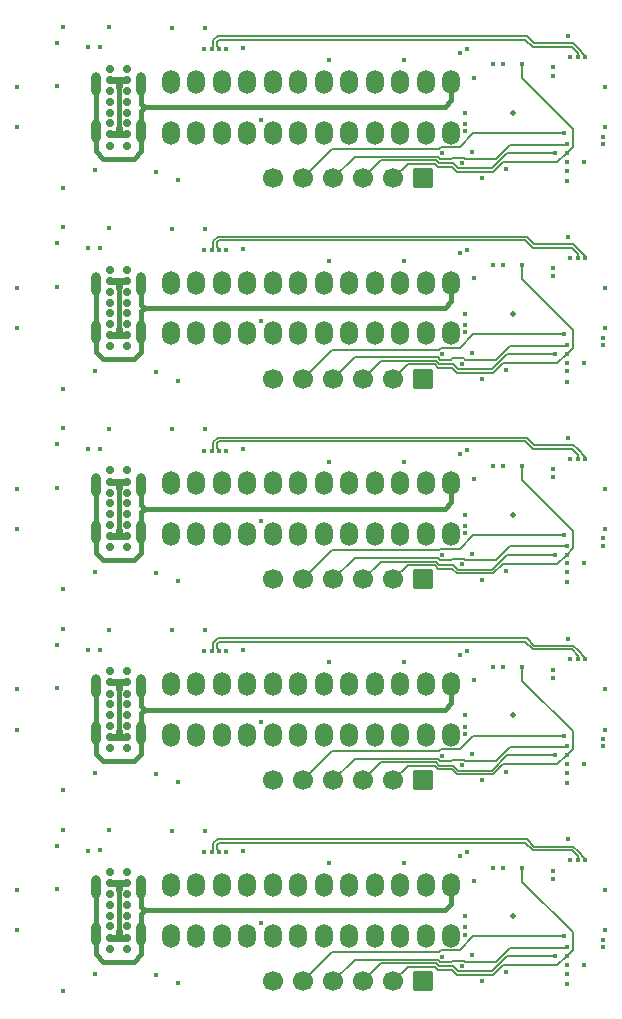
<source format=gtl>
G04*
G04 #@! TF.GenerationSoftware,Altium Limited,Altium Designer,25.5.2 (35)*
G04*
G04 Layer_Physical_Order=1*
G04 Layer_Color=255*
%FSLAX44Y44*%
%MOMM*%
G71*
G04*
G04 #@! TF.SameCoordinates,67B56F09-9997-41D6-AB2B-D5ECDE41145E*
G04*
G04*
G04 #@! TF.FilePolarity,Positive*
G04*
G01*
G75*
%ADD10C,0.1500*%
%ADD11C,0.4000*%
%ADD12C,0.6000*%
%ADD13C,0.5153*%
%ADD14C,0.4000*%
%ADD15O,1.5000X2.0000*%
%ADD16O,0.8000X2.0000*%
%ADD17C,0.7000*%
G04:AMPARAMS|DCode=18|XSize=1.7mm|YSize=1.7mm|CornerRadius=0.05mm|HoleSize=0mm|Usage=FLASHONLY|Rotation=180.000|XOffset=0mm|YOffset=0mm|HoleType=Round|Shape=RoundedRectangle|*
%AMROUNDEDRECTD18*
21,1,1.7000,1.6000,0,0,180.0*
21,1,1.6000,1.7000,0,0,180.0*
1,1,0.1000,-0.8000,0.8000*
1,1,0.1000,0.8000,0.8000*
1,1,0.1000,0.8000,-0.8000*
1,1,0.1000,-0.8000,-0.8000*
%
%ADD18ROUNDEDRECTD18*%
%ADD19C,1.7000*%
%ADD20C,0.5000*%
%ADD21C,0.4500*%
D10*
X905754Y701416D02*
Y713254D01*
Y701416D02*
X948557Y658613D01*
X864368Y655004D02*
X941504D01*
X852655Y643291D02*
X864368Y655004D01*
X671384Y737231D02*
X909528D01*
X915754Y731004D01*
X671361Y737254D02*
X671384Y737231D01*
X949004Y731004D02*
X952754Y727254D01*
Y727254D02*
Y727254D01*
X915754Y731004D02*
X949004D01*
X647761Y737254D02*
X671361D01*
X644254Y728559D02*
Y733747D01*
X647761Y737254D01*
X642852Y727157D02*
X644254Y728559D01*
X642852Y726345D02*
Y727157D01*
X952754Y727254D02*
X959254Y720754D01*
Y719504D02*
Y720754D01*
X670118Y734254D02*
X670142Y734231D01*
X908285D01*
X649004Y734254D02*
X670118D01*
X914511Y728004D02*
X947761D01*
X908285Y734231D02*
X914511Y728004D01*
X647254Y732504D02*
X649004Y734254D01*
X648852Y726345D02*
Y727125D01*
X953076Y719682D02*
X953254Y719504D01*
X947761Y728004D02*
X953076Y722690D01*
Y719682D02*
Y722690D01*
X647254Y728723D02*
Y732504D01*
Y728723D02*
X648852Y727125D01*
X831663Y629260D02*
X834541Y626382D01*
X846307D01*
X835662Y629504D02*
X847427D01*
X832906Y632260D02*
X835662Y629504D01*
X846307Y626382D02*
X850310Y622379D01*
X943254Y638254D02*
X948557Y643558D01*
X771204Y617254D02*
X786210Y632260D01*
X847427Y629504D02*
X851552Y625379D01*
X834148Y635260D02*
X836029Y633379D01*
X845643D02*
X846643Y634379D01*
X836029Y633379D02*
X845643D01*
X846643Y634379D02*
X856257D01*
X850310Y622379D02*
X881394D01*
X935504Y630504D02*
X943254Y638254D01*
X881394Y622379D02*
X889519Y630504D01*
X856257Y634379D02*
X857257Y633379D01*
X851552Y625379D02*
X880151D01*
X745804Y617254D02*
X763810Y635260D01*
X857257Y633379D02*
X883909D01*
X895784Y645254D01*
X880151Y625379D02*
X893026Y638254D01*
X933254D01*
X895784Y645254D02*
X942754D01*
X836941Y643291D02*
X852655D01*
X835441Y641791D02*
X836941Y643291D01*
X889519Y630504D02*
X935504D01*
X948557Y643558D02*
Y658613D01*
X942754Y645254D02*
X943254Y645754D01*
X763810Y635260D02*
X834148D01*
X808610Y629260D02*
X831663D01*
X796604Y617254D02*
X808610Y629260D01*
X786210Y632260D02*
X832906D01*
X720404Y617254D02*
X744941Y641791D01*
X835441D01*
X905754Y871416D02*
Y883254D01*
Y871416D02*
X948557Y828613D01*
X864368Y825004D02*
X941504D01*
X852655Y813291D02*
X864368Y825004D01*
X671384Y907231D02*
X909528D01*
X915754Y901004D01*
X671361Y907254D02*
X671384Y907231D01*
X949004Y901004D02*
X952754Y897254D01*
Y897254D02*
Y897254D01*
X915754Y901004D02*
X949004D01*
X647761Y907254D02*
X671361D01*
X644254Y898559D02*
Y903747D01*
X647761Y907254D01*
X642852Y897157D02*
X644254Y898559D01*
X642852Y896345D02*
Y897157D01*
X952754Y897254D02*
X959254Y890754D01*
Y889504D02*
Y890754D01*
X670118Y904254D02*
X670142Y904231D01*
X908285D01*
X649004Y904254D02*
X670118D01*
X914511Y898004D02*
X947761D01*
X908285Y904231D02*
X914511Y898004D01*
X647254Y902504D02*
X649004Y904254D01*
X648852Y896345D02*
Y897125D01*
X953076Y889682D02*
X953254Y889504D01*
X947761Y898004D02*
X953076Y892690D01*
Y889682D02*
Y892690D01*
X647254Y898723D02*
Y902504D01*
Y898723D02*
X648852Y897125D01*
X831663Y799260D02*
X834541Y796382D01*
X846307D01*
X835662Y799504D02*
X847427D01*
X832906Y802260D02*
X835662Y799504D01*
X846307Y796382D02*
X850310Y792379D01*
X943254Y808254D02*
X948557Y813558D01*
X771204Y787254D02*
X786210Y802260D01*
X847427Y799504D02*
X851552Y795379D01*
X834148Y805260D02*
X836029Y803379D01*
X845643D02*
X846643Y804379D01*
X836029Y803379D02*
X845643D01*
X846643Y804379D02*
X856257D01*
X850310Y792379D02*
X881394D01*
X935504Y800504D02*
X943254Y808254D01*
X881394Y792379D02*
X889519Y800504D01*
X856257Y804379D02*
X857257Y803379D01*
X851552Y795379D02*
X880151D01*
X745804Y787254D02*
X763810Y805260D01*
X857257Y803379D02*
X883909D01*
X895784Y815254D01*
X880151Y795379D02*
X893026Y808254D01*
X933254D01*
X895784Y815254D02*
X942754D01*
X836941Y813291D02*
X852655D01*
X835441Y811791D02*
X836941Y813291D01*
X889519Y800504D02*
X935504D01*
X948557Y813558D02*
Y828613D01*
X942754Y815254D02*
X943254Y815754D01*
X763810Y805260D02*
X834148D01*
X808610Y799260D02*
X831663D01*
X796604Y787254D02*
X808610Y799260D01*
X786210Y802260D02*
X832906D01*
X720404Y787254D02*
X744941Y811791D01*
X835441D01*
X905754Y1041416D02*
Y1053254D01*
Y1041416D02*
X948557Y998613D01*
X864368Y995004D02*
X941504D01*
X852655Y983291D02*
X864368Y995004D01*
X671384Y1077231D02*
X909528D01*
X915754Y1071004D01*
X671361Y1077254D02*
X671384Y1077231D01*
X949004Y1071004D02*
X952754Y1067254D01*
Y1067254D02*
Y1067254D01*
X915754Y1071004D02*
X949004D01*
X647761Y1077254D02*
X671361D01*
X644254Y1068559D02*
Y1073747D01*
X647761Y1077254D01*
X642852Y1067157D02*
X644254Y1068559D01*
X642852Y1066345D02*
Y1067157D01*
X952754Y1067254D02*
X959254Y1060754D01*
Y1059504D02*
Y1060754D01*
X670118Y1074254D02*
X670142Y1074231D01*
X908285D01*
X649004Y1074254D02*
X670118D01*
X914511Y1068004D02*
X947761D01*
X908285Y1074231D02*
X914511Y1068004D01*
X647254Y1072504D02*
X649004Y1074254D01*
X648852Y1066345D02*
Y1067125D01*
X953076Y1059682D02*
X953254Y1059504D01*
X947761Y1068004D02*
X953076Y1062690D01*
Y1059682D02*
Y1062690D01*
X647254Y1068723D02*
Y1072504D01*
Y1068723D02*
X648852Y1067125D01*
X831663Y969260D02*
X834541Y966382D01*
X846307D01*
X835662Y969504D02*
X847427D01*
X832906Y972260D02*
X835662Y969504D01*
X846307Y966382D02*
X850310Y962379D01*
X943254Y978254D02*
X948557Y983558D01*
X771204Y957254D02*
X786210Y972260D01*
X847427Y969504D02*
X851552Y965379D01*
X834148Y975260D02*
X836029Y973379D01*
X845643D02*
X846643Y974379D01*
X836029Y973379D02*
X845643D01*
X846643Y974379D02*
X856257D01*
X850310Y962379D02*
X881394D01*
X935504Y970504D02*
X943254Y978254D01*
X881394Y962379D02*
X889519Y970504D01*
X856257Y974379D02*
X857257Y973379D01*
X851552Y965379D02*
X880151D01*
X745804Y957254D02*
X763810Y975260D01*
X857257Y973379D02*
X883909D01*
X895784Y985254D01*
X880151Y965379D02*
X893026Y978254D01*
X933254D01*
X895784Y985254D02*
X942754D01*
X836941Y983291D02*
X852655D01*
X835441Y981791D02*
X836941Y983291D01*
X889519Y970504D02*
X935504D01*
X948557Y983558D02*
Y998613D01*
X942754Y985254D02*
X943254Y985754D01*
X763810Y975260D02*
X834148D01*
X808610Y969260D02*
X831663D01*
X796604Y957254D02*
X808610Y969260D01*
X786210Y972260D02*
X832906D01*
X720404Y957254D02*
X744941Y981791D01*
X835441D01*
X905754Y1211416D02*
Y1223254D01*
Y1211416D02*
X948557Y1168613D01*
X864368Y1165004D02*
X941504D01*
X852655Y1153291D02*
X864368Y1165004D01*
X671384Y1247231D02*
X909528D01*
X915754Y1241004D01*
X671361Y1247254D02*
X671384Y1247231D01*
X949004Y1241004D02*
X952754Y1237254D01*
Y1237254D02*
Y1237254D01*
X915754Y1241004D02*
X949004D01*
X647761Y1247254D02*
X671361D01*
X644254Y1238559D02*
Y1243747D01*
X647761Y1247254D01*
X642852Y1237157D02*
X644254Y1238559D01*
X642852Y1236345D02*
Y1237157D01*
X952754Y1237254D02*
X959254Y1230754D01*
Y1229504D02*
Y1230754D01*
X670118Y1244254D02*
X670142Y1244231D01*
X908285D01*
X649004Y1244254D02*
X670118D01*
X914511Y1238004D02*
X947761D01*
X908285Y1244231D02*
X914511Y1238004D01*
X647254Y1242504D02*
X649004Y1244254D01*
X648852Y1236345D02*
Y1237125D01*
X953076Y1229682D02*
X953254Y1229504D01*
X947761Y1238004D02*
X953076Y1232690D01*
Y1229682D02*
Y1232690D01*
X647254Y1238723D02*
Y1242504D01*
Y1238723D02*
X648852Y1237125D01*
X831663Y1139260D02*
X834541Y1136382D01*
X846307D01*
X835662Y1139504D02*
X847427D01*
X832906Y1142260D02*
X835662Y1139504D01*
X846307Y1136382D02*
X850310Y1132379D01*
X943254Y1148254D02*
X948557Y1153558D01*
X771204Y1127254D02*
X786210Y1142260D01*
X847427Y1139504D02*
X851552Y1135379D01*
X834148Y1145260D02*
X836029Y1143379D01*
X845643D02*
X846643Y1144379D01*
X836029Y1143379D02*
X845643D01*
X846643Y1144379D02*
X856257D01*
X850310Y1132379D02*
X881394D01*
X935504Y1140504D02*
X943254Y1148254D01*
X881394Y1132379D02*
X889519Y1140504D01*
X856257Y1144379D02*
X857257Y1143379D01*
X851552Y1135379D02*
X880151D01*
X745804Y1127254D02*
X763810Y1145260D01*
X857257Y1143379D02*
X883909D01*
X895784Y1155254D01*
X880151Y1135379D02*
X893026Y1148254D01*
X933254D01*
X895784Y1155254D02*
X942754D01*
X836941Y1153291D02*
X852655D01*
X835441Y1151791D02*
X836941Y1153291D01*
X889519Y1140504D02*
X935504D01*
X948557Y1153558D02*
Y1168613D01*
X942754Y1155254D02*
X943254Y1155754D01*
X763810Y1145260D02*
X834148D01*
X808610Y1139260D02*
X831663D01*
X796604Y1127254D02*
X808610Y1139260D01*
X786210Y1142260D02*
X832906D01*
X720404Y1127254D02*
X744941Y1151791D01*
X835441D01*
X905754Y1381416D02*
Y1393254D01*
Y1381416D02*
X948557Y1338613D01*
X864368Y1335004D02*
X941504D01*
X852655Y1323291D02*
X864368Y1335004D01*
X671384Y1417231D02*
X909528D01*
X915754Y1411004D01*
X671361Y1417254D02*
X671384Y1417231D01*
X949004Y1411004D02*
X952754Y1407254D01*
Y1407254D02*
Y1407254D01*
X915754Y1411004D02*
X949004D01*
X647761Y1417254D02*
X671361D01*
X644254Y1408559D02*
Y1413747D01*
X647761Y1417254D01*
X642852Y1407156D02*
X644254Y1408559D01*
X642852Y1406345D02*
Y1407156D01*
X952754Y1407254D02*
X959254Y1400754D01*
Y1399504D02*
Y1400754D01*
X670118Y1414254D02*
X670142Y1414231D01*
X908285D01*
X649004Y1414254D02*
X670118D01*
X914511Y1408004D02*
X947761D01*
X908285Y1414231D02*
X914511Y1408004D01*
X647254Y1412504D02*
X649004Y1414254D01*
X648852Y1406345D02*
Y1407126D01*
X953076Y1399682D02*
X953254Y1399504D01*
X947761Y1408004D02*
X953076Y1402690D01*
Y1399682D02*
Y1402690D01*
X647254Y1408723D02*
Y1412504D01*
Y1408723D02*
X648852Y1407126D01*
X831663Y1309260D02*
X834541Y1306382D01*
X846307D01*
X835662Y1309504D02*
X847427D01*
X832906Y1312260D02*
X835662Y1309504D01*
X846307Y1306382D02*
X850310Y1302379D01*
X943254Y1318254D02*
X948557Y1323557D01*
X771204Y1297254D02*
X786210Y1312260D01*
X847427Y1309504D02*
X851552Y1305379D01*
X834148Y1315260D02*
X836029Y1313379D01*
X845643D02*
X846643Y1314379D01*
X836029Y1313379D02*
X845643D01*
X846643Y1314379D02*
X856257D01*
X850310Y1302379D02*
X881394D01*
X935504Y1310504D02*
X943254Y1318254D01*
X881394Y1302379D02*
X889519Y1310504D01*
X856257Y1314379D02*
X857257Y1313379D01*
X851552Y1305379D02*
X880151D01*
X745804Y1297254D02*
X763810Y1315260D01*
X857257Y1313379D02*
X883909D01*
X895784Y1325254D01*
X880151Y1305379D02*
X893026Y1318254D01*
X933254D01*
X895784Y1325254D02*
X942754D01*
X836941Y1323291D02*
X852655D01*
X835441Y1321791D02*
X836941Y1323291D01*
X889519Y1310504D02*
X935504D01*
X948557Y1323557D02*
Y1338613D01*
X942754Y1325254D02*
X943254Y1325754D01*
X763810Y1315260D02*
X834148D01*
X808610Y1309260D02*
X831663D01*
X796604Y1297254D02*
X808610Y1309260D01*
X786210Y1312260D02*
X832906D01*
X720404Y1297254D02*
X744941Y1321791D01*
X835441D01*
D11*
X544704Y657004D02*
Y697004D01*
X845810Y682724D02*
Y698467D01*
X840090Y677004D02*
X845810Y682724D01*
X735728Y677004D02*
X840090D01*
X583304Y674054D02*
X586254Y677004D01*
X583304Y657004D02*
Y674054D01*
X577025Y633504D02*
X583304Y639784D01*
Y657004D01*
X550983Y633504D02*
X577025D01*
X544704Y639784D02*
X550983Y633504D01*
X544704Y639784D02*
Y657004D01*
X583304Y679954D02*
Y697004D01*
Y679954D02*
X586254Y677004D01*
X702535D01*
X702535Y677004D01*
X735728D01*
X735728Y677004D01*
X544704Y827004D02*
Y867004D01*
X845810Y852724D02*
Y868467D01*
X840090Y847004D02*
X845810Y852724D01*
X735728Y847004D02*
X840090D01*
X583304Y844054D02*
X586254Y847004D01*
X583304Y827004D02*
Y844054D01*
X577025Y803504D02*
X583304Y809783D01*
Y827004D01*
X550983Y803504D02*
X577025D01*
X544704Y809783D02*
X550983Y803504D01*
X544704Y809783D02*
Y827004D01*
X583304Y849954D02*
Y867004D01*
Y849954D02*
X586254Y847004D01*
X702535D01*
X702535Y847004D01*
X735728D01*
X735728Y847004D01*
X544704Y997004D02*
Y1037004D01*
X845810Y1022724D02*
Y1038467D01*
X840090Y1017004D02*
X845810Y1022724D01*
X735728Y1017004D02*
X840090D01*
X583304Y1014054D02*
X586254Y1017004D01*
X583304Y997004D02*
Y1014054D01*
X577025Y973504D02*
X583304Y979783D01*
Y997004D01*
X550983Y973504D02*
X577025D01*
X544704Y979783D02*
X550983Y973504D01*
X544704Y979783D02*
Y997004D01*
X583304Y1019954D02*
Y1037004D01*
Y1019954D02*
X586254Y1017004D01*
X702535D01*
X702535Y1017004D01*
X735728D01*
X735728Y1017004D01*
X544704Y1167004D02*
Y1207004D01*
X845810Y1192724D02*
Y1208467D01*
X840090Y1187004D02*
X845810Y1192724D01*
X735728Y1187004D02*
X840090D01*
X583304Y1184054D02*
X586254Y1187004D01*
X583304Y1167004D02*
Y1184054D01*
X577025Y1143504D02*
X583304Y1149783D01*
Y1167004D01*
X550983Y1143504D02*
X577025D01*
X544704Y1149783D02*
X550983Y1143504D01*
X544704Y1149783D02*
Y1167004D01*
X583304Y1189954D02*
Y1207004D01*
Y1189954D02*
X586254Y1187004D01*
X702535D01*
X702535Y1187004D01*
X735728D01*
X735728Y1187004D01*
X544704Y1337004D02*
Y1377004D01*
X845810Y1362724D02*
Y1378467D01*
X840090Y1357004D02*
X845810Y1362724D01*
X735728Y1357004D02*
X840090D01*
X583304Y1354054D02*
X586254Y1357004D01*
X583304Y1337004D02*
Y1354054D01*
X577025Y1313504D02*
X583304Y1319783D01*
Y1337004D01*
X550983Y1313504D02*
X577025D01*
X544704Y1319783D02*
X550983Y1313504D01*
X544704Y1319783D02*
Y1337004D01*
X583304Y1359954D02*
Y1377004D01*
Y1359954D02*
X586254Y1357004D01*
X702535D01*
X702535Y1357004D01*
X735728D01*
X735728Y1357004D01*
D12*
X564004Y694818D02*
Y700004D01*
Y654004D02*
Y659191D01*
Y700004D02*
X571004D01*
X557004Y654004D02*
X564004D01*
X571004D01*
X557004Y700004D02*
X564004D01*
Y864818D02*
Y870004D01*
Y824004D02*
Y829191D01*
Y870004D02*
X571004D01*
X557004Y824004D02*
X564004D01*
X571004D01*
X557004Y870004D02*
X564004D01*
Y1034818D02*
Y1040004D01*
Y994004D02*
Y999191D01*
Y1040004D02*
X571004D01*
X557004Y994004D02*
X564004D01*
X571004D01*
X557004Y1040004D02*
X564004D01*
Y1204818D02*
Y1210004D01*
Y1164004D02*
Y1169191D01*
Y1210004D02*
X571004D01*
X557004Y1164004D02*
X564004D01*
X571004D01*
X557004Y1210004D02*
X564004D01*
Y1374818D02*
Y1380004D01*
Y1334004D02*
Y1339191D01*
Y1380004D02*
X571004D01*
X557004Y1334004D02*
X564004D01*
X571004D01*
X557004Y1380004D02*
X564004D01*
D13*
Y694818D02*
X564004Y694818D01*
Y693404D02*
Y694818D01*
X564004Y864818D02*
X564004Y864818D01*
Y863404D02*
Y864818D01*
X564004Y1034818D02*
X564004Y1034818D01*
Y1033404D02*
Y1034818D01*
X564004Y1204818D02*
X564004Y1204818D01*
Y1203404D02*
Y1204818D01*
X564004Y1374818D02*
X564004Y1374818D01*
Y1373404D02*
Y1374818D01*
D14*
Y681254D02*
Y693404D01*
X564004Y681254D02*
X564004Y681254D01*
X564004Y659191D02*
Y681254D01*
X564004Y851254D02*
Y863404D01*
X564004Y851254D02*
X564004Y851254D01*
X564004Y829191D02*
Y851254D01*
X564004Y1021254D02*
Y1033404D01*
X564004Y1021254D02*
X564004Y1021254D01*
X564004Y999191D02*
Y1021254D01*
X564004Y1191254D02*
Y1203404D01*
X564004Y1191254D02*
X564004Y1191254D01*
X564004Y1169191D02*
Y1191254D01*
X564004Y1361254D02*
Y1373404D01*
X564004Y1361254D02*
X564004Y1361254D01*
X564004Y1339191D02*
Y1361254D01*
D15*
X608320Y698467D02*
D03*
X629910D02*
D03*
X651500D02*
D03*
X673090D02*
D03*
X694680D02*
D03*
X716270D02*
D03*
X737860D02*
D03*
X759450D02*
D03*
X781040D02*
D03*
X802630D02*
D03*
X824220D02*
D03*
X845810D02*
D03*
X608320Y655541D02*
D03*
X629910D02*
D03*
X651500D02*
D03*
X673090D02*
D03*
X694680D02*
D03*
X716270D02*
D03*
X737860D02*
D03*
X759450D02*
D03*
X781040D02*
D03*
X802630D02*
D03*
X824220D02*
D03*
X845810D02*
D03*
X608320Y868467D02*
D03*
X629910D02*
D03*
X651500D02*
D03*
X673090D02*
D03*
X694680D02*
D03*
X716270D02*
D03*
X737860D02*
D03*
X759450D02*
D03*
X781040D02*
D03*
X802630D02*
D03*
X824220D02*
D03*
X845810D02*
D03*
X608320Y825541D02*
D03*
X629910D02*
D03*
X651500D02*
D03*
X673090D02*
D03*
X694680D02*
D03*
X716270D02*
D03*
X737860D02*
D03*
X759450D02*
D03*
X781040D02*
D03*
X802630D02*
D03*
X824220D02*
D03*
X845810D02*
D03*
X608320Y1038467D02*
D03*
X629910D02*
D03*
X651500D02*
D03*
X673090D02*
D03*
X694680D02*
D03*
X716270D02*
D03*
X737860D02*
D03*
X759450D02*
D03*
X781040D02*
D03*
X802630D02*
D03*
X824220D02*
D03*
X845810D02*
D03*
X608320Y995541D02*
D03*
X629910D02*
D03*
X651500D02*
D03*
X673090D02*
D03*
X694680D02*
D03*
X716270D02*
D03*
X737860D02*
D03*
X759450D02*
D03*
X781040D02*
D03*
X802630D02*
D03*
X824220D02*
D03*
X845810D02*
D03*
X608320Y1208467D02*
D03*
X629910D02*
D03*
X651500D02*
D03*
X673090D02*
D03*
X694680D02*
D03*
X716270D02*
D03*
X737860D02*
D03*
X759450D02*
D03*
X781040D02*
D03*
X802630D02*
D03*
X824220D02*
D03*
X845810D02*
D03*
X608320Y1165541D02*
D03*
X629910D02*
D03*
X651500D02*
D03*
X673090D02*
D03*
X694680D02*
D03*
X716270D02*
D03*
X737860D02*
D03*
X759450D02*
D03*
X781040D02*
D03*
X802630D02*
D03*
X824220D02*
D03*
X845810D02*
D03*
X608320Y1378467D02*
D03*
X629910D02*
D03*
X651500D02*
D03*
X673090D02*
D03*
X694680D02*
D03*
X716270D02*
D03*
X737860D02*
D03*
X759450D02*
D03*
X781040D02*
D03*
X802630D02*
D03*
X824220D02*
D03*
X845810D02*
D03*
X608320Y1335541D02*
D03*
X629910D02*
D03*
X651500D02*
D03*
X673090D02*
D03*
X694680D02*
D03*
X716270D02*
D03*
X737860D02*
D03*
X759450D02*
D03*
X781040D02*
D03*
X802630D02*
D03*
X824220D02*
D03*
X845810D02*
D03*
D16*
X544704Y657004D02*
D03*
Y697004D02*
D03*
X583304D02*
D03*
Y657004D02*
D03*
X544704Y827004D02*
D03*
Y867004D02*
D03*
X583304D02*
D03*
Y827004D02*
D03*
X544704Y997004D02*
D03*
Y1037004D02*
D03*
X583304D02*
D03*
Y997004D02*
D03*
X544704Y1167004D02*
D03*
Y1207004D02*
D03*
X583304D02*
D03*
Y1167004D02*
D03*
X544704Y1337004D02*
D03*
Y1377004D02*
D03*
X583304D02*
D03*
Y1337004D02*
D03*
D17*
X571004Y644504D02*
D03*
Y654004D02*
D03*
Y663504D02*
D03*
Y672504D02*
D03*
Y681504D02*
D03*
Y690504D02*
D03*
Y700004D02*
D03*
Y709504D02*
D03*
X557004D02*
D03*
Y700004D02*
D03*
Y690504D02*
D03*
Y681504D02*
D03*
Y672504D02*
D03*
Y663504D02*
D03*
Y654004D02*
D03*
Y644504D02*
D03*
X571004Y814504D02*
D03*
Y824004D02*
D03*
Y833504D02*
D03*
Y842504D02*
D03*
Y851504D02*
D03*
Y860504D02*
D03*
Y870004D02*
D03*
Y879504D02*
D03*
X557004D02*
D03*
Y870004D02*
D03*
Y860504D02*
D03*
Y851504D02*
D03*
Y842504D02*
D03*
Y833504D02*
D03*
Y824004D02*
D03*
Y814504D02*
D03*
X571004Y984504D02*
D03*
Y994004D02*
D03*
Y1003504D02*
D03*
Y1012504D02*
D03*
Y1021504D02*
D03*
Y1030504D02*
D03*
Y1040004D02*
D03*
Y1049504D02*
D03*
X557004D02*
D03*
Y1040004D02*
D03*
Y1030504D02*
D03*
Y1021504D02*
D03*
Y1012504D02*
D03*
Y1003504D02*
D03*
Y994004D02*
D03*
Y984504D02*
D03*
X571004Y1154504D02*
D03*
Y1164004D02*
D03*
Y1173504D02*
D03*
Y1182504D02*
D03*
Y1191504D02*
D03*
Y1200504D02*
D03*
Y1210004D02*
D03*
Y1219504D02*
D03*
X557004D02*
D03*
Y1210004D02*
D03*
Y1200504D02*
D03*
Y1191504D02*
D03*
Y1182504D02*
D03*
Y1173504D02*
D03*
Y1164004D02*
D03*
Y1154504D02*
D03*
X571004Y1324504D02*
D03*
Y1334004D02*
D03*
Y1343504D02*
D03*
Y1352504D02*
D03*
Y1361504D02*
D03*
Y1370504D02*
D03*
Y1380004D02*
D03*
Y1389504D02*
D03*
X557004D02*
D03*
Y1380004D02*
D03*
Y1370504D02*
D03*
Y1361504D02*
D03*
Y1352504D02*
D03*
Y1343504D02*
D03*
Y1334004D02*
D03*
Y1324504D02*
D03*
D18*
X822004Y617254D02*
D03*
Y787254D02*
D03*
Y957254D02*
D03*
Y1127254D02*
D03*
Y1297254D02*
D03*
D19*
X695004Y617254D02*
D03*
X796604Y617254D02*
D03*
X771204Y617254D02*
D03*
X745804Y617254D02*
D03*
X720404Y617254D02*
D03*
X695004Y787254D02*
D03*
X796604Y787254D02*
D03*
X771204Y787254D02*
D03*
X745804Y787254D02*
D03*
X720404Y787254D02*
D03*
X695004Y957254D02*
D03*
X796604Y957254D02*
D03*
X771204Y957254D02*
D03*
X745804Y957254D02*
D03*
X720404Y957254D02*
D03*
X695004Y1127254D02*
D03*
X796604Y1127254D02*
D03*
X771204Y1127254D02*
D03*
X745804Y1127254D02*
D03*
X720404Y1127254D02*
D03*
X695004Y1297254D02*
D03*
X796604Y1297254D02*
D03*
X771204Y1297254D02*
D03*
X745804Y1297254D02*
D03*
X720404Y1297254D02*
D03*
D20*
X898254Y672004D02*
D03*
Y842004D02*
D03*
Y1012004D02*
D03*
Y1182004D02*
D03*
Y1352004D02*
D03*
D21*
X863254Y639004D02*
D03*
X865004Y702004D02*
D03*
X857504Y656504D02*
D03*
Y662504D02*
D03*
Y672004D02*
D03*
X941504Y655004D02*
D03*
X853165Y723254D02*
D03*
X959254Y719504D02*
D03*
X642852Y726345D02*
D03*
X953254Y719504D02*
D03*
X648852Y726345D02*
D03*
X805504Y717004D02*
D03*
X517126Y608754D02*
D03*
Y745254D02*
D03*
X478376Y694004D02*
D03*
Y660004D02*
D03*
X975632Y660004D02*
D03*
X975754Y694004D02*
D03*
X556004Y744754D02*
D03*
X636602Y726345D02*
D03*
X655102Y726345D02*
D03*
X871754Y617004D02*
D03*
X858754Y726504D02*
D03*
X637004Y744254D02*
D03*
X609004D02*
D03*
X669504Y727254D02*
D03*
X742504Y717004D02*
D03*
X544004Y623504D02*
D03*
X889504Y713254D02*
D03*
X945754Y719504D02*
D03*
X943254Y614754D02*
D03*
X974504Y645754D02*
D03*
Y652004D02*
D03*
X932004Y710754D02*
D03*
Y703754D02*
D03*
X944504Y737004D02*
D03*
X880754Y713254D02*
D03*
X905754D02*
D03*
X892004Y624504D02*
D03*
X933254Y638254D02*
D03*
X958254Y630754D02*
D03*
X943254Y645754D02*
D03*
Y623254D02*
D03*
Y630754D02*
D03*
Y638254D02*
D03*
X512254Y695004D02*
D03*
Y731754D02*
D03*
X614004Y615504D02*
D03*
X548254Y727754D02*
D03*
X537704Y727678D02*
D03*
X684754Y666254D02*
D03*
X596004Y622504D02*
D03*
X854393Y629879D02*
D03*
X837893Y637879D02*
D03*
X863254Y809004D02*
D03*
X865004Y872004D02*
D03*
X857504Y826504D02*
D03*
Y832504D02*
D03*
Y842004D02*
D03*
X941504Y825004D02*
D03*
X853165Y893254D02*
D03*
X959254Y889504D02*
D03*
X642852Y896345D02*
D03*
X953254Y889504D02*
D03*
X648852Y896345D02*
D03*
X805504Y887004D02*
D03*
X517126Y778754D02*
D03*
Y915254D02*
D03*
X478376Y864004D02*
D03*
Y830004D02*
D03*
X975632Y830004D02*
D03*
X975754Y864004D02*
D03*
X556004Y914754D02*
D03*
X636602Y896345D02*
D03*
X655102Y896345D02*
D03*
X871754Y787004D02*
D03*
X858754Y896504D02*
D03*
X637004Y914254D02*
D03*
X609004D02*
D03*
X669504Y897254D02*
D03*
X742504Y887004D02*
D03*
X544004Y793504D02*
D03*
X889504Y883254D02*
D03*
X945754Y889504D02*
D03*
X943254Y784754D02*
D03*
X974504Y815754D02*
D03*
Y822004D02*
D03*
X932004Y880754D02*
D03*
Y873754D02*
D03*
X944504Y907004D02*
D03*
X880754Y883254D02*
D03*
X905754D02*
D03*
X892004Y794504D02*
D03*
X933254Y808254D02*
D03*
X958254Y800754D02*
D03*
X943254Y815754D02*
D03*
Y793254D02*
D03*
Y800754D02*
D03*
Y808254D02*
D03*
X512254Y865004D02*
D03*
Y901754D02*
D03*
X614004Y785504D02*
D03*
X548254Y897754D02*
D03*
X537704Y897678D02*
D03*
X684754Y836254D02*
D03*
X596004Y792504D02*
D03*
X854393Y799879D02*
D03*
X837893Y807879D02*
D03*
X863254Y979004D02*
D03*
X865004Y1042004D02*
D03*
X857504Y996504D02*
D03*
Y1002504D02*
D03*
Y1012004D02*
D03*
X941504Y995004D02*
D03*
X853165Y1063254D02*
D03*
X959254Y1059504D02*
D03*
X642852Y1066345D02*
D03*
X953254Y1059504D02*
D03*
X648852Y1066345D02*
D03*
X805504Y1057004D02*
D03*
X517126Y948754D02*
D03*
Y1085254D02*
D03*
X478376Y1034004D02*
D03*
Y1000004D02*
D03*
X975632Y1000004D02*
D03*
X975754Y1034004D02*
D03*
X556004Y1084754D02*
D03*
X636602Y1066345D02*
D03*
X655102Y1066345D02*
D03*
X871754Y957004D02*
D03*
X858754Y1066504D02*
D03*
X637004Y1084254D02*
D03*
X609004D02*
D03*
X669504Y1067254D02*
D03*
X742504Y1057004D02*
D03*
X544004Y963504D02*
D03*
X889504Y1053254D02*
D03*
X945754Y1059504D02*
D03*
X943254Y954754D02*
D03*
X974504Y985754D02*
D03*
Y992004D02*
D03*
X932004Y1050754D02*
D03*
Y1043754D02*
D03*
X944504Y1077004D02*
D03*
X880754Y1053254D02*
D03*
X905754D02*
D03*
X892004Y964504D02*
D03*
X933254Y978254D02*
D03*
X958254Y970754D02*
D03*
X943254Y985754D02*
D03*
Y963254D02*
D03*
Y970754D02*
D03*
Y978254D02*
D03*
X512254Y1035004D02*
D03*
Y1071754D02*
D03*
X614004Y955504D02*
D03*
X548254Y1067754D02*
D03*
X537704Y1067678D02*
D03*
X684754Y1006254D02*
D03*
X596004Y962504D02*
D03*
X854393Y969879D02*
D03*
X837893Y977879D02*
D03*
X863254Y1149004D02*
D03*
X865004Y1212004D02*
D03*
X857504Y1166504D02*
D03*
Y1172504D02*
D03*
Y1182004D02*
D03*
X941504Y1165004D02*
D03*
X853165Y1233254D02*
D03*
X959254Y1229504D02*
D03*
X642852Y1236345D02*
D03*
X953254Y1229504D02*
D03*
X648852Y1236345D02*
D03*
X805504Y1227004D02*
D03*
X517126Y1118754D02*
D03*
Y1255254D02*
D03*
X478376Y1204004D02*
D03*
Y1170004D02*
D03*
X975632Y1170004D02*
D03*
X975754Y1204004D02*
D03*
X556004Y1254754D02*
D03*
X636602Y1236345D02*
D03*
X655102Y1236345D02*
D03*
X871754Y1127004D02*
D03*
X858754Y1236504D02*
D03*
X637004Y1254254D02*
D03*
X609004D02*
D03*
X669504Y1237254D02*
D03*
X742504Y1227004D02*
D03*
X544004Y1133504D02*
D03*
X889504Y1223254D02*
D03*
X945754Y1229504D02*
D03*
X943254Y1124754D02*
D03*
X974504Y1155754D02*
D03*
Y1162004D02*
D03*
X932004Y1220754D02*
D03*
Y1213754D02*
D03*
X944504Y1247004D02*
D03*
X880754Y1223254D02*
D03*
X905754D02*
D03*
X892004Y1134504D02*
D03*
X933254Y1148254D02*
D03*
X958254Y1140754D02*
D03*
X943254Y1155754D02*
D03*
Y1133254D02*
D03*
Y1140754D02*
D03*
Y1148254D02*
D03*
X512254Y1205004D02*
D03*
Y1241754D02*
D03*
X614004Y1125504D02*
D03*
X548254Y1237754D02*
D03*
X537704Y1237678D02*
D03*
X684754Y1176254D02*
D03*
X596004Y1132504D02*
D03*
X854393Y1139879D02*
D03*
X837893Y1147879D02*
D03*
X863254Y1319004D02*
D03*
X865004Y1382004D02*
D03*
X857504Y1336504D02*
D03*
Y1342504D02*
D03*
Y1352004D02*
D03*
X941504Y1335004D02*
D03*
X853165Y1403254D02*
D03*
X959254Y1399504D02*
D03*
X642852Y1406345D02*
D03*
X953254Y1399504D02*
D03*
X648852Y1406345D02*
D03*
X805504Y1397004D02*
D03*
X517126Y1288754D02*
D03*
Y1425254D02*
D03*
X478376Y1374004D02*
D03*
Y1340004D02*
D03*
X975632Y1340004D02*
D03*
X975754Y1374004D02*
D03*
X556004Y1424754D02*
D03*
X636602Y1406345D02*
D03*
X655102Y1406345D02*
D03*
X871754Y1297004D02*
D03*
X858754Y1406504D02*
D03*
X637004Y1424254D02*
D03*
X609004D02*
D03*
X669504Y1407254D02*
D03*
X742504Y1397004D02*
D03*
X544004Y1303504D02*
D03*
X889504Y1393254D02*
D03*
X945754Y1399504D02*
D03*
X943254Y1294754D02*
D03*
X974504Y1325754D02*
D03*
Y1332004D02*
D03*
X932004Y1390754D02*
D03*
Y1383754D02*
D03*
X944504Y1417004D02*
D03*
X880754Y1393254D02*
D03*
X905754D02*
D03*
X892004Y1304504D02*
D03*
X933254Y1318254D02*
D03*
X958254Y1310754D02*
D03*
X943254Y1325754D02*
D03*
Y1303254D02*
D03*
Y1310754D02*
D03*
Y1318254D02*
D03*
X512254Y1375004D02*
D03*
Y1411754D02*
D03*
X614004Y1295504D02*
D03*
X548254Y1407754D02*
D03*
X537704Y1407678D02*
D03*
X684754Y1346254D02*
D03*
X596004Y1302504D02*
D03*
X854393Y1309879D02*
D03*
X837893Y1317879D02*
D03*
M02*

</source>
